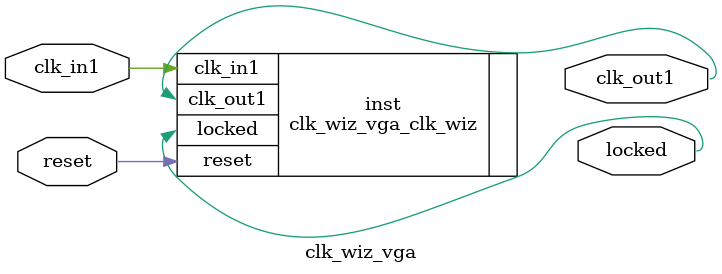
<source format=v>


`timescale 1ps/1ps

(* CORE_GENERATION_INFO = "clk_wiz_vga,clk_wiz_v6_0_11_0_0,{component_name=clk_wiz_vga,use_phase_alignment=true,use_min_o_jitter=false,use_max_i_jitter=false,use_dyn_phase_shift=false,use_inclk_switchover=false,use_dyn_reconfig=false,enable_axi=0,feedback_source=FDBK_AUTO,PRIMITIVE=MMCM,num_out_clk=1,clkin1_period=10.000,clkin2_period=10.000,use_power_down=false,use_reset=true,use_locked=true,use_inclk_stopped=false,feedback_type=SINGLE,CLOCK_MGR_TYPE=NA,manual_override=false}" *)

module clk_wiz_vga 
 (
  // Clock out ports
  output        clk_out1,
  // Status and control signals
  input         reset,
  output        locked,
 // Clock in ports
  input         clk_in1
 );

  clk_wiz_vga_clk_wiz inst
  (
  // Clock out ports  
  .clk_out1(clk_out1),
  // Status and control signals               
  .reset(reset), 
  .locked(locked),
 // Clock in ports
  .clk_in1(clk_in1)
  );

endmodule

</source>
